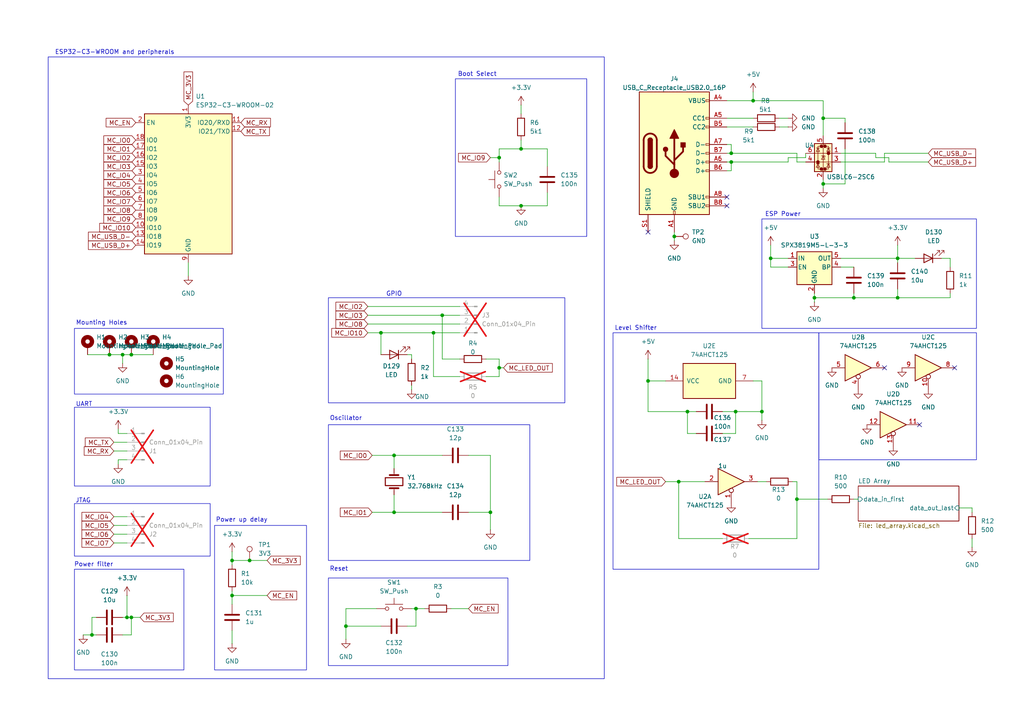
<source format=kicad_sch>
(kicad_sch (version 20250114) (generator "eeschema") (generator_version "9.0")
  (paper "A4")
  (lib_symbols
    (symbol "74xx:74AHCT125" (pin_names (offset 1.016))
      (property "Reference" "U" (at 0 1.27 0))
      (property "Value" "74AHCT125" (at 0 -1.27 0))
      (symbol "74AHCT125_1_0"
        (pin input line (at -7.62 0 0) (length 3.81) (name "~") (number "2"))
        (pin input inverted (at 0 -6.35 90) (length 4.445) (name "~") (number "1"))
        (pin tri_state line (at 7.62 0 180) (length 3.81) (name "~") (number "3"))
      )
      (symbol "74AHCT125_2_0"
        (pin input line (at -7.62 0 0) (length 3.81) (name "~") (number "5"))
        (pin input inverted (at 0 -6.35 90) (length 4.445) (name "~") (number "4"))
        (pin tri_state line (at 7.62 0 180) (length 3.81) (name "~") (number "6"))
      )
      (symbol "74AHCT125_3_0"
        (pin input line (at -7.62 0 0) (length 3.81) (name "~") (number "9"))
        (pin input inverted (at 0 -6.35 90) (length 4.445) (name "~") (number "10"))
        (pin tri_state line (at 7.62 0 180) (length 3.81) (name "~") (number "8"))
      )
      (symbol "74AHCT125_4_0"
        (pin input line (at -7.62 0 0) (length 3.81) (name "~") (number "12"))
        (pin input inverted (at 0 -6.35 90) (length 4.445) (name "~") (number "13"))
        (pin tri_state line (at 7.62 0 180) (length 3.81) (name "~") (number "11"))
      )
      (symbol "74AHCT125_5_0"
        (pin power_in line (at 0 12.7 270) (length 5.08) (name "VCC") (number "14"))
        (pin power_in line (at 0 -12.7 90) (length 5.08) (name "GND") (number "7"))
      )
    )
    (symbol "Connector:Conn_01x04_Pin" (pin_names (offset 1.016) (hide yes))
      (property "Reference" "J" (at 0 5.08 0))
      (property "Value" "Conn_01x04_Pin" (at 0 -7.62 0))
      (symbol "Conn_01x04_Pin_1_1"
        (pin passive line (at 5.08 2.54 180) (length 3.81) (name "Pin_1") (number "1"))
        (pin passive line (at 5.08 0 180) (length 3.81) (name "Pin_2") (number "2"))
        (pin passive line (at 5.08 -2.54 180) (length 3.81) (name "Pin_3") (number "3"))
        (pin passive line (at 5.08 -5.08 180) (length 3.81) (name "Pin_4") (number "4"))
      )
    )
    (symbol "Connector:TestPoint" (pin_numbers (hide yes)) (pin_names (offset 0.762) (hide yes))
      (property "Reference" "TP" (at 0 6.858 0))
      (property "Value" "TestPoint" (at 0 5.08 0))
      (symbol "TestPoint_1_1"
        (pin passive line (at 0 0 90) (length 2.54) (name "1") (number "1"))
      )
    )
    (symbol "Connector:USB_C_Receptacle_USB2.0_16P" (pin_names (offset 1.016))
      (property "Reference" "J" (at 0 22.225 0))
      (property "Value" "USB_C_Receptacle_USB2.0_16P" (at 0 19.685 0))
      (symbol "USB_C_Receptacle_USB2.0_16P_1_1"
        (pin passive line (at -7.62 -22.86 90) (length 5.08) (name "SHIELD") (number "S1"))
        (pin passive line (at 0 -22.86 90) (length 5.08) (name "GND") (number "A1"))
        (pin passive line (at 0 -22.86 90) (length 5.08) (hide yes) (name "GND") (number "A12"))
        (pin passive line (at 0 -22.86 90) (length 5.08) (hide yes) (name "GND") (number "B1"))
        (pin passive line (at 0 -22.86 90) (length 5.08) (hide yes) (name "GND") (number "B12"))
        (pin passive line (at 15.24 15.24 180) (length 5.08) (name "VBUS") (number "A4"))
        (pin passive line (at 15.24 15.24 180) (length 5.08) (hide yes) (name "VBUS") (number "A9"))
        (pin passive line (at 15.24 15.24 180) (length 5.08) (hide yes) (name "VBUS") (number "B4"))
        (pin passive line (at 15.24 15.24 180) (length 5.08) (hide yes) (name "VBUS") (number "B9"))
        (pin bidirectional line (at 15.24 10.16 180) (length 5.08) (name "CC1") (number "A5"))
        (pin bidirectional line (at 15.24 7.62 180) (length 5.08) (name "CC2") (number "B5"))
        (pin bidirectional line (at 15.24 2.54 180) (length 5.08) (name "D-") (number "A7"))
        (pin bidirectional line (at 15.24 0 180) (length 5.08) (name "D-") (number "B7"))
        (pin bidirectional line (at 15.24 -2.54 180) (length 5.08) (name "D+") (number "A6"))
        (pin bidirectional line (at 15.24 -5.08 180) (length 5.08) (name "D+") (number "B6"))
        (pin bidirectional line (at 15.24 -12.7 180) (length 5.08) (name "SBU1") (number "A8"))
        (pin bidirectional line (at 15.24 -15.24 180) (length 5.08) (name "SBU2") (number "B8"))
      )
    )
    (symbol "Device:C" (pin_numbers (hide yes)) (pin_names (offset 0.254))
      (property "Reference" "C" (at 0.635 2.54 0))
      (property "Value" "C" (at 0.635 -2.54 0))
      (symbol "C_1_1"
        (pin passive line (at 0 3.81 270) (length 2.794) (name "~") (number "1"))
        (pin passive line (at 0 -3.81 90) (length 2.794) (name "~") (number "2"))
      )
    )
    (symbol "Device:Crystal" (pin_numbers (hide yes)) (pin_names (offset 1.016) (hide yes))
      (property "Reference" "Y" (at 0 3.81 0))
      (property "Value" "Crystal" (at 0 -3.81 0))
      (symbol "Crystal_1_1"
        (pin passive line (at -3.81 0 0) (length 1.27) (name "1") (number "1"))
        (pin passive line (at 3.81 0 180) (length 1.27) (name "2") (number "2"))
      )
    )
    (symbol "Device:LED" (pin_numbers (hide yes)) (pin_names (offset 1.016) (hide yes))
      (property "Reference" "D" (at 0 2.54 0))
      (property "Value" "LED" (at 0 -2.54 0))
      (symbol "LED_1_1"
        (pin passive line (at -3.81 0 0) (length 2.54) (name "K") (number "1"))
        (pin passive line (at 3.81 0 180) (length 2.54) (name "A") (number "2"))
      )
    )
    (symbol "Device:R" (pin_numbers (hide yes)) (pin_names (offset 0))
      (property "Reference" "R" (at 2.032 0 90))
      (property "Value" "R" (at 0 0 90))
      (symbol "R_1_1"
        (pin passive line (at 0 3.81 270) (length 1.27) (name "~") (number "1"))
        (pin passive line (at 0 -3.81 90) (length 1.27) (name "~") (number "2"))
      )
    )
    (symbol "Mechanical:MountingHole" (pin_names (offset 1.016)) (in_bom no)
      (property "Reference" "H" (at 0 5.08 0))
      (property "Value" "MountingHole" (at 0 3.175 0))
    )
    (symbol "Mechanical:MountingHole_Pad" (pin_numbers (hide yes)) (pin_names (offset 1.016) (hide yes)) (in_bom no)
      (property "Reference" "H" (at 0 6.35 0))
      (property "Value" "MountingHole_Pad" (at 0 4.445 0))
      (symbol "MountingHole_Pad_1_1"
        (pin input line (at 0 -2.54 90) (length 2.54) (name "1") (number "1"))
      )
    )
    (symbol "Power_Protection:USBLC6-2SC6" (pin_names (hide yes))
      (property "Reference" "U" (at 0.635 5.715 0))
      (property "Value" "USBLC6-2SC6" (at 0.635 3.81 0))
      (symbol "USBLC6-2SC6_1_1"
        (pin passive line (at -5.08 0 0) (length 2.54) (name "I/O1") (number "1"))
        (pin passive line (at -5.08 -2.54 0) (length 2.54) (name "I/O2") (number "3"))
        (pin passive line (at 0 5.08 270) (length 2.54) (name "VBUS") (number "5"))
        (pin passive line (at 0 -7.62 90) (length 2.54) (name "GND") (number "2"))
        (pin passive line (at 5.08 0 180) (length 2.54) (name "I/O1") (number "6"))
        (pin passive line (at 5.08 -2.54 180) (length 2.54) (name "I/O2") (number "4"))
      )
    )
    (symbol "RF_Module:ESP32-C3-WROOM-02"
      (property "Reference" "U" (at -12.192 21.336 0))
      (property "Value" "ESP32-C3-WROOM-02" (at 12.192 21.336 0))
      (symbol "ESP32-C3-WROOM-02_1_1"
        (pin input line (at -15.24 17.78 0) (length 2.54) (name "EN") (number "2"))
        (pin bidirectional line (at -15.24 12.7 0) (length 2.54) (name "IO0") (number "18"))
        (pin bidirectional line (at -15.24 10.16 0) (length 2.54) (name "IO1") (number "17"))
        (pin bidirectional line (at -15.24 7.62 0) (length 2.54) (name "IO2") (number "16"))
        (pin bidirectional line (at -15.24 5.08 0) (length 2.54) (name "IO3") (number "15"))
        (pin bidirectional line (at -15.24 2.54 0) (length 2.54) (name "IO4") (number "3"))
        (pin bidirectional line (at -15.24 0 0) (length 2.54) (name "IO5") (number "4"))
        (pin bidirectional line (at -15.24 -2.54 0) (length 2.54) (name "IO6") (number "5"))
        (pin bidirectional line (at -15.24 -5.08 0) (length 2.54) (name "IO7") (number "6"))
        (pin bidirectional line (at -15.24 -7.62 0) (length 2.54) (name "IO8") (number "7"))
        (pin bidirectional line (at -15.24 -10.16 0) (length 2.54) (name "IO9") (number "8"))
        (pin bidirectional line (at -15.24 -12.7 0) (length 2.54) (name "IO10") (number "10"))
        (pin bidirectional line (at -15.24 -15.24 0) (length 2.54) (name "IO18") (number "13"))
        (pin bidirectional line (at -15.24 -17.78 0) (length 2.54) (name "IO19") (number "14"))
        (pin power_in line (at 0 22.86 270) (length 2.54) (name "3V3") (number "1"))
        (pin passive line (at 0 -22.86 90) (length 2.54) (hide yes) (name "GND") (number "19"))
        (pin power_in line (at 0 -22.86 90) (length 2.54) (name "GND") (number "9"))
        (pin bidirectional line (at 15.24 17.78 180) (length 2.54) (name "IO20/RXD") (number "11"))
        (pin bidirectional line (at 15.24 15.24 180) (length 2.54) (name "IO21/TXD") (number "12"))
      )
    )
    (symbol "Regulator_Linear:SPX3819M5-L-3-3" (pin_names (offset 0.254))
      (property "Reference" "U" (at -3.81 5.715 0))
      (property "Value" "SPX3819M5-L-3-3" (at 0 5.715 0))
      (symbol "SPX3819M5-L-3-3_1_1"
        (pin power_in line (at -7.62 2.54 0) (length 2.54) (name "IN") (number "1"))
        (pin input line (at -7.62 0 0) (length 2.54) (name "EN") (number "3"))
        (pin power_in line (at 0 -7.62 90) (length 2.54) (name "GND") (number "2"))
        (pin power_out line (at 7.62 2.54 180) (length 2.54) (name "OUT") (number "5"))
        (pin input line (at 7.62 0 180) (length 2.54) (name "BP") (number "4"))
      )
    )
    (symbol "Switch:SW_Push" (pin_numbers (hide yes)) (pin_names (offset 1.016) (hide yes))
      (property "Reference" "SW" (at 1.27 2.54 0))
      (property "Value" "SW_Push" (at 0 -1.524 0))
      (symbol "SW_Push_0_1"
        (pin passive line (at -5.08 0 0) (length 2.54) (name "1") (number "1"))
        (pin passive line (at 5.08 0 180) (length 2.54) (name "2") (number "2"))
      )
    )
    (symbol "power:+3.3V" (power) (pin_numbers (hide yes)) (pin_names (offset 0) (hide yes))
      (property "Value" "+3.3V" (at 0 3.556 0))
      (symbol "+3.3V_1_1"
        (pin power_in line (at 0 0 90) (length 0) (name "~") (number "1"))
      )
    )
    (symbol "power:+5V" (power) (pin_numbers (hide yes)) (pin_names (offset 0) (hide yes))
      (property "Value" "+5V" (at 0 3.556 0))
      (symbol "+5V_1_1"
        (pin power_in line (at 0 0 90) (length 0) (name "~") (number "1"))
      )
    )
    (symbol "power:GND" (power) (pin_numbers (hide yes)) (pin_names (offset 0) (hide yes))
      (property "Value" "GND" (at 0 -3.81 0))
      (symbol "GND_1_1"
        (pin power_in line (at 0 0 270) (length 0) (name "~") (number "1"))
      )
    )
  )
  (rectangle (start 13.97 16.51) (end 175.26 196.85))
  (rectangle (start 95.25 86.36) (end 163.83 116.84))
  (rectangle (start 132.08 22.86) (end 170.18 68.58))
  (rectangle (start 62.23 152.4) (end 88.9 194.31))
  (rectangle (start 95.25 167.64) (end 147.32 193.04))
  (rectangle (start 220.98 63.5) (end 283.21 95.25))
  (rectangle (start 237.49 96.52) (end 283.21 133.35))
  (rectangle (start 21.59 146.05) (end 60.96 161.29))
  (rectangle (start 95.25 123.19) (end 153.67 162.56))
  (rectangle (start 21.59 118.11) (end 60.96 140.97))
  (rectangle (start 21.59 165.1) (end 53.34 194.31))
  (rectangle (start 21.59 95.25) (end 64.77 114.3))
  (rectangle (start 177.8 96.52) (end 237.49 165.1))
  (text "Power filter" (at 27.178 163.83 0) (effects (font (size 1.27 1.27))))
  (text "UART" (at 24.384 117.348 0) (effects (font (size 1.27 1.27))))
  (text "Power up delay" (at 70.104 150.876 0) (effects (font (size 1.27 1.27))))
  (text "Level Shifter" (at 184.404 95.25 0) (effects (font (size 1.27 1.27))))
  (text "Boot Select" (at 138.43 21.59 0) (effects (font (size 1.27 1.27))))
  (text "JTAG" (at 24.13 145.288 0) (effects (font (size 1.27 1.27))))
  (text "Oscillator" (at 100.33 121.412 0) (effects (font (size 1.27 1.27))))
  (text "Reset" (at 98.298 165.1 0) (effects (font (size 1.27 1.27))))
  (text "ESP32-C3-WROOM and peripherals" (at 33.274 15.24 0) (effects (font (size 1.27 1.27))))
  (text "ESP Power" (at 227.076 62.23 0) (effects (font (size 1.27 1.27))))
  (text "GPIO" (at 114.3 85.344 0) (effects (font (size 1.27 1.27))))
  (text "Mounting Holes" (at 29.464 93.726 0) (effects (font (size 1.27 1.27))))
  (junction (at 220.98 119.38))
  (junction (at 67.31 162.56))
  (junction (at 195.58 68.58))
  (junction (at 247.65 86.36))
  (junction (at 151.13 59.69))
  (junction (at 212.09 44.45))
  (junction (at 128.27 91.44))
  (junction (at 67.31 172.72))
  (junction (at 35.56 102.87))
  (junction (at 236.22 86.36))
  (junction (at 231.14 144.78))
  (junction (at 31.75 102.87))
  (junction (at 199.39 119.38))
  (junction (at 187.96 110.49))
  (junction (at 72.39 162.56))
  (junction (at 218.44 29.21))
  (junction (at 26.67 184.15))
  (junction (at 125.73 96.52))
  (junction (at 213.36 119.38))
  (junction (at 260.35 86.36))
  (junction (at 144.78 106.68))
  (junction (at 238.76 34.29))
  (junction (at 36.83 179.07))
  (junction (at 151.13 43.18))
  (junction (at 38.1 102.87))
  (junction (at 120.65 176.53))
  (junction (at 196.85 139.7))
  (junction (at 114.3 148.59))
  (junction (at 110.49 96.52))
  (junction (at 223.52 74.93))
  (junction (at 238.76 53.34))
  (junction (at 38.1 179.07))
  (junction (at 100.33 181.61))
  (junction (at 144.78 45.72))
  (junction (at 260.35 74.93))
  (junction (at 142.24 148.59))
  (junction (at 114.3 132.08))
  (junction (at 212.09 46.99))
  (no_connect (at 256.54 106.68))
  (no_connect (at 187.96 67.31))
  (no_connect (at 210.82 57.15))
  (no_connect (at 276.86 106.68))
  (no_connect (at 266.7 123.19))
  (no_connect (at 210.82 59.69))
  (wire (pts (xy 201.93 125.73) (xy 199.39 125.73)))
  (wire (pts (xy 199.39 125.73) (xy 199.39 119.38)))
  (wire (pts (xy 209.55 119.38) (xy 213.36 119.38)))
  (wire (pts (xy 119.38 111.76) (xy 119.38 113.03)))
  (wire (pts (xy 228.6 74.93) (xy 223.52 74.93)))
  (wire (pts (xy 226.06 36.83) (xy 228.6 36.83)))
  (wire (pts (xy 35.56 102.87) (xy 38.1 102.87)))
  (wire (pts (xy 110.49 96.52) (xy 110.49 102.87)))
  (wire (pts (xy 254 44.45) (xy 254 45.72)))
  (wire (pts (xy 245.11 43.18) (xy 245.11 53.34)))
  (wire (pts (xy 33.02 152.4) (xy 36.83 152.4)))
  (wire (pts (xy 125.73 96.52) (xy 133.35 96.52)))
  (wire (pts (xy 213.36 119.38) (xy 220.98 119.38)))
  (wire (pts (xy 193.04 139.7) (xy 196.85 139.7)))
  (wire (pts (xy 210.82 46.99) (xy 212.09 46.99)))
  (wire (pts (xy 100.33 181.61) (xy 110.49 181.61)))
  (wire (pts (xy 67.31 162.56) (xy 67.31 163.83)))
  (wire (pts (xy 106.68 88.9) (xy 133.35 88.9)))
  (wire (pts (xy 218.44 26.67) (xy 218.44 29.21)))
  (wire (pts (xy 100.33 176.53) (xy 100.33 181.61)))
  (wire (pts (xy 245.11 53.34) (xy 238.76 53.34)))
  (wire (pts (xy 231.14 46.99) (xy 231.14 44.45)))
  (wire (pts (xy 26.67 179.07) (xy 26.67 184.15)))
  (wire (pts (xy 281.94 147.32) (xy 278.13 147.32)))
  (wire (pts (xy 118.11 181.61) (xy 120.65 181.61)))
  (wire (pts (xy 72.39 162.56) (xy 77.47 162.56)))
  (wire (pts (xy 212.09 49.53) (xy 210.82 49.53)))
  (wire (pts (xy 144.78 59.69) (xy 151.13 59.69)))
  (wire (pts (xy 135.89 148.59) (xy 142.24 148.59)))
  (wire (pts (xy 223.52 74.93) (xy 223.52 77.47)))
  (wire (pts (xy 33.02 157.48) (xy 36.83 157.48)))
  (wire (pts (xy 142.24 153.67) (xy 142.24 148.59)))
  (wire (pts (xy 210.82 36.83) (xy 218.44 36.83)))
  (wire (pts (xy 275.59 74.93) (xy 275.59 77.47)))
  (wire (pts (xy 281.94 148.59) (xy 281.94 147.32)))
  (wire (pts (xy 243.84 74.93) (xy 260.35 74.93)))
  (wire (pts (xy 238.76 34.29) (xy 238.76 29.21)))
  (wire (pts (xy 254 45.72) (xy 257.81 45.72)))
  (wire (pts (xy 220.98 110.49) (xy 220.98 119.38)))
  (wire (pts (xy 128.27 91.44) (xy 133.35 91.44)))
  (wire (pts (xy 144.78 59.69) (xy 144.78 57.15)))
  (wire (pts (xy 25.4 102.87) (xy 31.75 102.87)))
  (wire (pts (xy 33.02 128.27) (xy 36.83 128.27)))
  (wire (pts (xy 130.81 176.53) (xy 135.89 176.53)))
  (wire (pts (xy 133.35 109.22) (xy 125.73 109.22)))
  (wire (pts (xy 109.22 176.53) (xy 100.33 176.53)))
  (wire (pts (xy 281.94 156.21) (xy 281.94 158.75)))
  (wire (pts (xy 114.3 132.08) (xy 114.3 135.89)))
  (wire (pts (xy 195.58 67.31) (xy 195.58 68.58)))
  (wire (pts (xy 256.54 46.99) (xy 256.54 44.45)))
  (wire (pts (xy 209.55 156.21) (xy 196.85 156.21)))
  (wire (pts (xy 209.55 125.73) (xy 213.36 125.73)))
  (wire (pts (xy 118.11 102.87) (xy 119.38 102.87)))
  (wire (pts (xy 247.65 85.09) (xy 247.65 86.36)))
  (wire (pts (xy 158.75 48.26) (xy 158.75 43.18)))
  (wire (pts (xy 231.14 144.78) (xy 231.14 156.21)))
  (wire (pts (xy 36.83 179.07) (xy 38.1 179.07)))
  (wire (pts (xy 144.78 104.14) (xy 144.78 106.68)))
  (wire (pts (xy 144.78 109.22) (xy 140.97 109.22)))
  (wire (pts (xy 67.31 160.02) (xy 67.31 162.56)))
  (wire (pts (xy 35.56 102.87) (xy 35.56 105.41)))
  (wire (pts (xy 144.78 45.72) (xy 144.78 46.99)))
  (wire (pts (xy 223.52 71.12) (xy 223.52 74.93)))
  (wire (pts (xy 260.35 86.36) (xy 275.59 86.36)))
  (wire (pts (xy 260.35 71.12) (xy 260.35 74.93)))
  (wire (pts (xy 256.54 44.45) (xy 269.24 44.45)))
  (wire (pts (xy 196.85 139.7) (xy 204.47 139.7)))
  (wire (pts (xy 34.29 125.73) (xy 36.83 125.73)))
  (wire (pts (xy 243.84 77.47) (xy 247.65 77.47)))
  (wire (pts (xy 26.67 184.15) (xy 27.94 184.15)))
  (wire (pts (xy 238.76 29.21) (xy 218.44 29.21)))
  (wire (pts (xy 236.22 85.09) (xy 236.22 86.36)))
  (wire (pts (xy 210.82 41.91) (xy 212.09 41.91)))
  (wire (pts (xy 260.35 83.82) (xy 260.35 86.36)))
  (wire (pts (xy 238.76 39.37) (xy 238.76 34.29)))
  (wire (pts (xy 106.68 91.44) (xy 128.27 91.44)))
  (wire (pts (xy 144.78 106.68) (xy 144.78 109.22)))
  (wire (pts (xy 34.29 124.46) (xy 34.29 125.73)))
  (wire (pts (xy 27.94 179.07) (xy 26.67 179.07)))
  (wire (pts (xy 212.09 44.45) (xy 212.09 41.91)))
  (wire (pts (xy 196.85 139.7) (xy 196.85 156.21)))
  (wire (pts (xy 228.6 77.47) (xy 223.52 77.47)))
  (wire (pts (xy 236.22 86.36) (xy 247.65 86.36)))
  (wire (pts (xy 260.35 74.93) (xy 265.43 74.93)))
  (wire (pts (xy 67.31 172.72) (xy 67.31 171.45)))
  (wire (pts (xy 38.1 102.87) (xy 44.45 102.87)))
  (wire (pts (xy 245.11 34.29) (xy 245.11 35.56)))
  (wire (pts (xy 142.24 148.59) (xy 142.24 132.08)))
  (wire (pts (xy 257.81 46.99) (xy 269.24 46.99)))
  (wire (pts (xy 33.02 154.94) (xy 36.83 154.94)))
  (wire (pts (xy 212.09 46.99) (xy 212.09 49.53)))
  (wire (pts (xy 231.14 144.78) (xy 240.03 144.78)))
  (wire (pts (xy 233.68 44.45) (xy 233.68 45.72)))
  (wire (pts (xy 135.89 132.08) (xy 142.24 132.08)))
  (wire (pts (xy 151.13 30.48) (xy 151.13 33.02)))
  (wire (pts (xy 110.49 96.52) (xy 125.73 96.52)))
  (wire (pts (xy 158.75 59.69) (xy 158.75 55.88)))
  (wire (pts (xy 33.02 149.86) (xy 36.83 149.86)))
  (wire (pts (xy 38.1 179.07) (xy 38.1 184.15)))
  (wire (pts (xy 144.78 106.68) (xy 146.05 106.68)))
  (wire (pts (xy 187.96 104.14) (xy 187.96 110.49)))
  (wire (pts (xy 114.3 148.59) (xy 128.27 148.59)))
  (wire (pts (xy 213.36 125.73) (xy 213.36 119.38)))
  (wire (pts (xy 238.76 34.29) (xy 245.11 34.29)))
  (wire (pts (xy 220.98 119.38) (xy 220.98 121.92)))
  (wire (pts (xy 38.1 179.07) (xy 40.64 179.07)))
  (wire (pts (xy 133.35 104.14) (xy 128.27 104.14)))
  (wire (pts (xy 247.65 86.36) (xy 260.35 86.36)))
  (wire (pts (xy 212.09 44.45) (xy 231.14 44.45)))
  (wire (pts (xy 226.06 34.29) (xy 228.6 34.29)))
  (wire (pts (xy 238.76 52.07) (xy 238.76 53.34)))
  (wire (pts (xy 247.65 144.78) (xy 248.92 144.78)))
  (wire (pts (xy 217.17 156.21) (xy 231.14 156.21)))
  (wire (pts (xy 195.58 68.58) (xy 195.58 69.85)))
  (wire (pts (xy 125.73 109.22) (xy 125.73 96.52)))
  (wire (pts (xy 210.82 44.45) (xy 212.09 44.45)))
  (wire (pts (xy 26.67 184.15) (xy 24.13 184.15)))
  (wire (pts (xy 236.22 86.36) (xy 236.22 87.63)))
  (wire (pts (xy 231.14 139.7) (xy 231.14 144.78)))
  (wire (pts (xy 35.56 184.15) (xy 38.1 184.15)))
  (wire (pts (xy 273.05 74.93) (xy 275.59 74.93)))
  (wire (pts (xy 100.33 181.61) (xy 100.33 185.42)))
  (wire (pts (xy 67.31 172.72) (xy 67.31 175.26)))
  (wire (pts (xy 142.24 45.72) (xy 144.78 45.72)))
  (wire (pts (xy 233.68 46.99) (xy 231.14 46.99)))
  (wire (pts (xy 33.02 130.81) (xy 36.83 130.81)))
  (wire (pts (xy 106.68 93.98) (xy 133.35 93.98)))
  (wire (pts (xy 119.38 176.53) (xy 120.65 176.53)))
  (wire (pts (xy 114.3 132.08) (xy 128.27 132.08)))
  (wire (pts (xy 243.84 44.45) (xy 254 44.45)))
  (wire (pts (xy 187.96 110.49) (xy 193.04 110.49)))
  (wire (pts (xy 218.44 110.49) (xy 220.98 110.49)))
  (wire (pts (xy 233.68 45.72) (xy 228.6 45.72)))
  (wire (pts (xy 151.13 40.64) (xy 151.13 43.18)))
  (wire (pts (xy 114.3 143.51) (xy 114.3 148.59)))
  (wire (pts (xy 243.84 46.99) (xy 256.54 46.99)))
  (wire (pts (xy 119.38 102.87) (xy 119.38 104.14)))
  (wire (pts (xy 107.95 132.08) (xy 114.3 132.08)))
  (wire (pts (xy 106.68 96.52) (xy 110.49 96.52)))
  (wire (pts (xy 228.6 45.72) (xy 228.6 46.99)))
  (wire (pts (xy 201.93 119.38) (xy 199.39 119.38)))
  (wire (pts (xy 151.13 59.69) (xy 158.75 59.69)))
  (wire (pts (xy 31.75 102.87) (xy 35.56 102.87)))
  (wire (pts (xy 67.31 162.56) (xy 72.39 162.56)))
  (wire (pts (xy 219.71 139.7) (xy 222.25 139.7)))
  (wire (pts (xy 35.56 179.07) (xy 36.83 179.07)))
  (wire (pts (xy 107.95 148.59) (xy 114.3 148.59)))
  (wire (pts (xy 54.61 76.2) (xy 54.61 80.01)))
  (wire (pts (xy 199.39 119.38) (xy 187.96 119.38)))
  (wire (pts (xy 257.81 45.72) (xy 257.81 46.99)))
  (wire (pts (xy 120.65 176.53) (xy 123.19 176.53)))
  (wire (pts (xy 275.59 85.09) (xy 275.59 86.36)))
  (wire (pts (xy 120.65 181.61) (xy 120.65 176.53)))
  (wire (pts (xy 158.75 43.18) (xy 151.13 43.18)))
  (wire (pts (xy 260.35 74.93) (xy 260.35 76.2)))
  (wire (pts (xy 210.82 29.21) (xy 218.44 29.21)))
  (wire (pts (xy 212.09 46.99) (xy 228.6 46.99)))
  (wire (pts (xy 128.27 104.14) (xy 128.27 91.44)))
  (wire (pts (xy 231.14 139.7) (xy 229.87 139.7)))
  (wire (pts (xy 67.31 182.88) (xy 67.31 186.69)))
  (wire (pts (xy 151.13 43.18) (xy 144.78 43.18)))
  (wire (pts (xy 77.47 172.72) (xy 67.31 172.72)))
  (wire (pts (xy 36.83 133.35) (xy 34.29 133.35)))
  (wire (pts (xy 238.76 53.34) (xy 238.76 54.61)))
  (wire (pts (xy 210.82 34.29) (xy 218.44 34.29)))
  (wire (pts (xy 34.29 133.35) (xy 34.29 134.62)))
  (wire (pts (xy 140.97 104.14) (xy 144.78 104.14)))
  (wire (pts (xy 36.83 172.72) (xy 36.83 179.07)))
  (wire (pts (xy 144.78 43.18) (xy 144.78 45.72)))
  (wire (pts (xy 187.96 119.38) (xy 187.96 110.49)))
  (global_label "MC_3V3" (shape input) (at 54.61 30.48 90) (property "Intersheetrefs" "${INTERSHEET_REFS}" (effects (hide yes))))
  (global_label "MC_LED_OUT" (shape input) (at 146.05 106.68 0) (property "Intersheetrefs" "${INTERSHEET_REFS}" (effects (hide yes))))
  (global_label "MC_USB_D-" (shape input) (at 39.37 68.58 180) (property "Intersheetrefs" "${INTERSHEET_REFS}" (effects (hide yes))))
  (global_label "MC_IO3" (shape input) (at 39.37 48.26 180) (property "Intersheetrefs" "${INTERSHEET_REFS}" (effects (hide yes))))
  (global_label "MC_USB_D+" (shape input) (at 269.24 46.99 0) (property "Intersheetrefs" "${INTERSHEET_REFS}" (effects (hide yes))))
  (global_label "MC_RX" (shape input) (at 33.02 130.81 180) (property "Intersheetrefs" "${INTERSHEET_REFS}" (effects (hide yes))))
  (global_label "MC_IO1" (shape input) (at 107.95 148.59 180) (property "Intersheetrefs" "${INTERSHEET_REFS}" (effects (hide yes))))
  (global_label "MC_IO6" (shape input) (at 39.37 55.88 180) (property "Intersheetrefs" "${INTERSHEET_REFS}" (effects (hide yes))))
  (global_label "MC_IO10" (shape input) (at 106.68 96.52 180) (property "Intersheetrefs" "${INTERSHEET_REFS}" (effects (hide yes))))
  (global_label "MC_IO0" (shape input) (at 39.37 40.64 180) (property "Intersheetrefs" "${INTERSHEET_REFS}" (effects (hide yes))))
  (global_label "MC_IO8" (shape input) (at 106.68 93.98 180) (property "Intersheetrefs" "${INTERSHEET_REFS}" (effects (hide yes))))
  (global_label "MC_IO4" (shape input) (at 33.02 149.86 180) (property "Intersheetrefs" "${INTERSHEET_REFS}" (effects (hide yes))))
  (global_label "MC_IO1" (shape input) (at 39.37 43.18 180) (property "Intersheetrefs" "${INTERSHEET_REFS}" (effects (hide yes))))
  (global_label "MC_RX" (shape input) (at 69.85 35.56 0) (property "Intersheetrefs" "${INTERSHEET_REFS}" (effects (hide yes))))
  (global_label "MC_EN" (shape input) (at 77.47 172.72 0) (property "Intersheetrefs" "${INTERSHEET_REFS}" (effects (hide yes))))
  (global_label "MC_IO5" (shape input) (at 39.37 53.34 180) (property "Intersheetrefs" "${INTERSHEET_REFS}" (effects (hide yes))))
  (global_label "MC_IO2" (shape input) (at 39.37 45.72 180) (property "Intersheetrefs" "${INTERSHEET_REFS}" (effects (hide yes))))
  (global_label "MC_IO7" (shape input) (at 39.37 58.42 180) (property "Intersheetrefs" "${INTERSHEET_REFS}" (effects (hide yes))))
  (global_label "MC_EN" (shape input) (at 39.37 35.56 180) (property "Intersheetrefs" "${INTERSHEET_REFS}" (effects (hide yes))))
  (global_label "MC_IO3" (shape input) (at 106.68 91.44 180) (property "Intersheetrefs" "${INTERSHEET_REFS}" (effects (hide yes))))
  (global_label "MC_IO5" (shape input) (at 33.02 152.4 180) (property "Intersheetrefs" "${INTERSHEET_REFS}" (effects (hide yes))))
  (global_label "MC_3V3" (shape input) (at 77.47 162.56 0) (property "Intersheetrefs" "${INTERSHEET_REFS}" (effects (hide yes))))
  (global_label "MC_USB_D+" (shape input) (at 39.37 71.12 180) (property "Intersheetrefs" "${INTERSHEET_REFS}" (effects (hide yes))))
  (global_label "MC_IO9" (shape input) (at 39.37 63.5 180) (property "Intersheetrefs" "${INTERSHEET_REFS}" (effects (hide yes))))
  (global_label "MC_LED_OUT" (shape input) (at 193.04 139.7 180) (property "Intersheetrefs" "${INTERSHEET_REFS}" (effects (hide yes))))
  (global_label "MC_IO6" (shape input) (at 33.02 154.94 180) (property "Intersheetrefs" "${INTERSHEET_REFS}" (effects (hide yes))))
  (global_label "MC_IO4" (shape input) (at 39.37 50.8 180) (property "Intersheetrefs" "${INTERSHEET_REFS}" (effects (hide yes))))
  (global_label "MC_IO10" (shape input) (at 39.37 66.04 180) (property "Intersheetrefs" "${INTERSHEET_REFS}" (effects (hide yes))))
  (global_label "MC_TX" (shape input) (at 69.85 38.1 0) (property "Intersheetrefs" "${INTERSHEET_REFS}" (effects (hide yes))))
  (global_label "MC_IO9" (shape input) (at 142.24 45.72 180) (property "Intersheetrefs" "${INTERSHEET_REFS}" (effects (hide yes))))
  (global_label "MC_IO8" (shape input) (at 39.37 60.96 180) (property "Intersheetrefs" "${INTERSHEET_REFS}" (effects (hide yes))))
  (global_label "MC_IO7" (shape input) (at 33.02 157.48 180) (property "Intersheetrefs" "${INTERSHEET_REFS}" (effects (hide yes))))
  (global_label "MC_IO0" (shape input) (at 107.95 132.08 180) (property "Intersheetrefs" "${INTERSHEET_REFS}" (effects (hide yes))))
  (global_label "MC_EN" (shape input) (at 135.89 176.53 0) (property "Intersheetrefs" "${INTERSHEET_REFS}" (effects (hide yes))))
  (global_label "MC_USB_D-" (shape input) (at 269.24 44.45 0) (property "Intersheetrefs" "${INTERSHEET_REFS}" (effects (hide yes))))
  (global_label "MC_IO2" (shape input) (at 106.68 88.9 180) (property "Intersheetrefs" "${INTERSHEET_REFS}" (effects (hide yes))))
  (global_label "MC_TX" (shape input) (at 33.02 128.27 180) (property "Intersheetrefs" "${INTERSHEET_REFS}" (effects (hide yes))))
  (global_label "MC_3V3" (shape input) (at 40.64 179.07 0) (property "Intersheetrefs" "${INTERSHEET_REFS}" (effects (hide yes))))
  (symbol (lib_id "Device:C") (at 67.31 179.07 0) (unit 1)
    (property "Reference" "C131" (at 71.12 177.7999 0) (effects (justify left)))
    (property "Value" "1u" (at 71.12 180.3399 0) (effects (justify left)))
    (property "Footprint" "Capacitor_SMD:C_0603_1608Metric" (effects (hide yes)))
    (property "Description" "Unpolarized capacitor" (effects (hide yes)))
  )
  (symbol (lib_id "power:GND") (at 119.38 113.03 0) (unit 1)
    (property "Reference" "#PWR0280" (effects (hide yes)))
    (property "Value" "GND" (at 122.428 115.062 0))
    (property "Description" "Power symbol creates a global label with name \"GND\" , ground" (effects (hide yes)))
  )
  (symbol (lib_id "power:GND") (at 35.56 105.41 0) (unit 1)
    (property "Reference" "#PWR0279" (effects (hide yes)))
    (property "Value" "GND" (at 35.56 110.49 0))
    (property "Description" "Power symbol creates a global label with name \"GND\" , ground" (effects (hide yes)))
  )
  (symbol (lib_id "power:GND") (at 100.33 185.42 0) (unit 1)
    (property "Reference" "#PWR0260" (effects (hide yes)))
    (property "Value" "GND" (at 100.33 190.5 0))
    (property "Description" "Power symbol creates a global label with name \"GND\" , ground" (effects (hide yes)))
  )
  (symbol (lib_id "power:+3.3V") (at 36.83 172.72 0) (unit 1)
    (property "Reference" "#PWR0265" (effects (hide yes)))
    (property "Value" "+3.3V" (at 36.83 167.64 0))
    (property "Description" "Power symbol creates a global label with name \"+3.3V\"" (effects (hide yes)))
  )
  (symbol (lib_id "power:GND") (at 54.61 80.01 0) (unit 1)
    (property "Reference" "#PWR0268" (effects (hide yes)))
    (property "Value" "GND" (at 54.61 85.09 0))
    (property "Description" "Power symbol creates a global label with name \"GND\" , ground" (effects (hide yes)))
  )
  (symbol (lib_id "Mechanical:MountingHole_Pad") (at 31.75 100.33 0) (unit 1) (in_bom no)
    (property "Reference" "H2" (at 34.29 97.7899 0) (effects (justify left)))
    (property "Value" "MountingHole_Pad" (at 34.29 100.3299 0) (effects (justify left)))
    (property "Footprint" "MountingHole:MountingHole_2.7mm_M2.5_DIN965_Pad" (effects (hide yes)))
    (property "Description" "Mounting Hole with connection" (effects (hide yes)))
  )
  (symbol (lib_id "Regulator_Linear:SPX3819M5-L-3-3") (at 236.22 77.47 0) (unit 1)
    (property "Reference" "U3" (at 236.22 68.58 0))
    (property "Value" "SPX3819M5-L-3-3" (at 236.22 71.12 0))
    (property "Footprint" "Package_TO_SOT_SMD:SOT-23-5" (effects (hide yes)))
    (property "Datasheet" "https://www.exar.com/content/document.ashx?id=22106&languageid=1033&type=Datasheet&partnumber=SPX3819&filename=SPX3819.pdf&part=SPX3819" (effects (hide yes)))
    (property "Description" "500mA Low drop-out regulator, Fixed Output 3.3V, SOT-23-5" (effects (hide yes)))
    (property "JLCPCB Part" "C20617301" (effects (hide yes)))
  )
  (symbol (lib_id "Device:R") (at 275.59 81.28 0) (unit 1)
    (property "Reference" "R11" (at 278.13 80.0099 0) (effects (justify left)))
    (property "Value" "1k" (at 278.13 82.5499 0) (effects (justify left)))
    (property "Footprint" "Resistor_SMD:R_0603_1608Metric" (effects (hide yes)))
    (property "Description" "Resistor" (effects (hide yes)))
  )
  (symbol (lib_id "power:+3.3V") (at 260.35 71.12 0) (unit 1)
    (property "Reference" "#PWR0272" (effects (hide yes)))
    (property "Value" "+3.3V" (at 260.35 66.04 0))
    (property "Description" "Power symbol creates a global label with name \"+3.3V\"" (effects (hide yes)))
  )
  (symbol (lib_id "power:GND") (at 238.76 54.61 0) (mirror y) (unit 1)
    (property "Reference" "#PWR0269" (effects (hide yes)))
    (property "Value" "GND" (at 238.76 59.69 0))
    (property "Description" "Power symbol creates a global label with name \"GND\" , ground" (effects (hide yes)))
  )
  (symbol (lib_id "74xx:74AHCT125") (at 248.92 106.68 0) (unit 2)
    (property "Reference" "U2" (at 248.92 97.79 0))
    (property "Value" "74AHCT125" (at 248.92 100.33 0))
    (property "Footprint" "Package_SO:SOIC-14_3.9x8.7mm_P1.27mm" (effects (hide yes)))
    (property "Datasheet" "https://www.ti.com/lit/ds/symlink/sn74ahct125.pdf" (effects (hide yes)))
    (property "Description" "Quadruple Bus Buffer Gates With 3-State Outputs" (effects (hide yes)))
    (property "JLCPCB Part" "C155176" (effects (hide yes)))
  )
  (symbol (lib_id "Device:R") (at 281.94 152.4 0) (unit 1)
    (property "Reference" "R12" (at 284.48 151.1299 0) (effects (justify left)))
    (property "Value" "500" (at 284.48 153.6699 0) (effects (justify left)))
    (property "Footprint" "Resistor_SMD:R_0603_1608Metric" (effects (hide yes)))
    (property "Description" "Resistor" (effects (hide yes)))
  )
  (symbol (lib_id "power:GND") (at 220.98 121.92 0) (unit 1)
    (property "Reference" "#PWR0258" (effects (hide yes)))
    (property "Value" "GND" (at 220.98 127 0))
    (property "Description" "Power symbol creates a global label with name \"GND\" , ground" (effects (hide yes)))
  )
  (symbol (lib_id "Power_Protection:USBLC6-2SC6") (at 238.76 44.45 0) (mirror y) (unit 1)
    (property "Reference" "U4" (at 233.426 42.164 0) (effects (justify right)))
    (property "Value" "USBLC6-2SC6" (at 239.776 51.308 0) (effects (justify right)))
    (property "Footprint" "Package_TO_SOT_SMD:SOT-23-6" (effects (hide yes)))
    (property "Datasheet" "https://www.st.com/resource/en/datasheet/usblc6-2.pdf" (effects (hide yes)))
    (property "Description" "Very low capacitance ESD protection diode, 2 data-line, SOT-23-6" (effects (hide yes)))
  )
  (symbol (lib_id "power:GND") (at 67.31 186.69 0) (unit 1)
    (property "Reference" "#PWR0262" (effects (hide yes)))
    (property "Value" "GND" (at 67.31 191.77 0))
    (property "Description" "Power symbol creates a global label with name \"GND\" , ground" (effects (hide yes)))
  )
  (symbol (lib_id "power:GND") (at 281.94 158.75 0) (unit 1)
    (property "Reference" "#PWR0257" (effects (hide yes)))
    (property "Value" "GND" (at 281.94 163.83 0))
    (property "Description" "Power symbol creates a global label with name \"GND\" , ground" (effects (hide yes)))
  )
  (symbol (lib_id "Device:C") (at 205.74 119.38 90) (unit 1)
    (property "Reference" "C136" (at 209.55 121.158 90))
    (property "Value" "100n" (at 209.55 123.698 90))
    (property "Footprint" "Capacitor_SMD:C_0603_1608Metric" (effects (hide yes)))
    (property "Description" "Unpolarized capacitor" (effects (hide yes)))
  )
  (symbol (lib_id "74xx:74AHCT125") (at 259.08 123.19 0) (unit 4)
    (property "Reference" "U2" (at 259.08 114.3 0))
    (property "Value" "74AHCT125" (at 259.08 116.84 0))
    (property "Footprint" "Package_SO:SOIC-14_3.9x8.7mm_P1.27mm" (effects (hide yes)))
    (property "Datasheet" "https://www.ti.com/lit/ds/symlink/sn74ahct125.pdf" (effects (hide yes)))
    (property "Description" "Quadruple Bus Buffer Gates With 3-State Outputs" (effects (hide yes)))
    (property "JLCPCB Part" "C155176" (effects (hide yes)))
  )
  (symbol (lib_id "Device:R") (at 127 176.53 90) (unit 1)
    (property "Reference" "R3" (at 127 170.18 90))
    (property "Value" "0" (at 127 172.72 90))
    (property "Footprint" "Resistor_SMD:R_0603_1608Metric" (effects (hide yes)))
    (property "Description" "Resistor" (effects (hide yes)))
  )
  (symbol (lib_id "Connector:USB_C_Receptacle_USB2.0_16P") (at 195.58 44.45 0) (unit 1)
    (property "Reference" "J4" (at 195.58 22.86 0))
    (property "Value" "USB_C_Receptacle_USB2.0_16P" (at 195.58 25.4 0))
    (property "Footprint" "Connector_USB:USB_C_Receptacle_HCTL_HC-TYPE-C-16P-01A" (effects (hide yes)))
    (property "Datasheet" "https://www.usb.org/sites/default/files/documents/usb_type-c.zip" (effects (hide yes)))
    (property "Description" "USB 2.0-only 16P Type-C Receptacle connector" (effects (hide yes)))
    (property "JLCPCB Part" "C393939" (effects (hide yes)))
  )
  (symbol (lib_id "power:GND") (at 34.29 134.62 0) (unit 1)
    (property "Reference" "#PWR0267" (effects (hide yes)))
    (property "Value" "GND" (at 34.29 139.7 0))
    (property "Description" "Power symbol creates a global label with name \"GND\" , ground" (effects (hide yes)))
  )
  (symbol (lib_id "Switch:SW_Push") (at 114.3 176.53 0) (unit 1)
    (property "Reference" "SW1" (at 114.3 168.91 0))
    (property "Value" "SW_Push" (at 114.3 171.45 0))
    (property "Footprint" "Button_Switch_SMD:SW_Push_1P1T_XKB_TS-1187A" (effects (hide yes)))
    (property "Description" "Push button switch, generic, two pins" (effects (hide yes)))
    (property "JLCPCB Part" "C318884" (effects (hide yes)))
  )
  (symbol (lib_id "Device:C") (at 158.75 52.07 0) (unit 1)
    (property "Reference" "C135" (at 162.56 50.7999 0) (effects (justify left)))
    (property "Value" "100n" (at 162.56 53.3399 0) (effects (justify left)))
    (property "Footprint" "Capacitor_SMD:C_0603_1608Metric" (effects (hide yes)))
    (property "Description" "Unpolarized capacitor" (effects (hide yes)))
  )
  (symbol (lib_id "Device:R") (at 119.38 107.95 0) (unit 1)
    (property "Reference" "R2" (at 121.92 106.6799 0) (effects (justify left)))
    (property "Value" "1k" (at 121.92 109.2199 0) (effects (justify left)))
    (property "Footprint" "Resistor_SMD:R_0603_1608Metric" (effects (hide yes)))
    (property "Description" "Resistor" (effects (hide yes)))
  )
  (symbol (lib_id "power:GND") (at 236.22 87.63 0) (mirror y) (unit 1)
    (property "Reference" "#PWR0274" (effects (hide yes)))
    (property "Value" "GND" (at 236.22 92.71 0))
    (property "Description" "Power symbol creates a global label with name \"GND\" , ground" (effects (hide yes)))
  )
  (symbol (lib_id "Mechanical:MountingHole") (at 48.26 110.49 0) (unit 1) (in_bom no)
    (property "Reference" "H6" (at 50.8 109.2199 0) (effects (justify left)))
    (property "Value" "MountingHole" (at 50.8 111.7599 0) (effects (justify left)))
    (property "Footprint" "MountingHole:ToolingHole_1.152mm" (effects (hide yes)))
    (property "Description" "Mounting Hole without connection" (effects (hide yes)))
  )
  (symbol (lib_id "power:+3.3V") (at 67.31 160.02 0) (unit 1)
    (property "Reference" "#PWR0263" (effects (hide yes)))
    (property "Value" "+3.3V" (at 67.31 154.94 0))
    (property "Description" "Power symbol creates a global label with name \"+3.3V\"" (effects (hide yes)))
  )
  (symbol (lib_id "Device:R") (at 151.13 36.83 0) (unit 1)
    (property "Reference" "R6" (at 153.67 35.5599 0) (effects (justify left)))
    (property "Value" "5k1" (at 153.67 38.0999 0) (effects (justify left)))
    (property "Footprint" "Resistor_SMD:R_0603_1608Metric" (effects (hide yes)))
    (property "Description" "Resistor" (effects (hide yes)))
  )
  (symbol (lib_id "Device:R") (at 222.25 34.29 90) (unit 1)
    (property "Reference" "R8" (at 221.996 29.21 90))
    (property "Value" "5k1" (at 221.996 31.75 90))
    (property "Footprint" "Resistor_SMD:R_0603_1608Metric" (effects (hide yes)))
    (property "Description" "Resistor" (effects (hide yes)))
  )
  (symbol (lib_id "74xx:74AHCT125") (at 212.09 139.7 0) (unit 1)
    (property "Reference" "U2" (at 204.47 144.018 0))
    (property "Value" "74AHCT125" (at 204.47 146.558 0))
    (property "Footprint" "Package_SO:SOIC-14_3.9x8.7mm_P1.27mm" (effects (hide yes)))
    (property "Datasheet" "https://www.ti.com/lit/ds/symlink/sn74ahct125.pdf" (effects (hide yes)))
    (property "Description" "Quadruple Bus Buffer Gates With 3-State Outputs" (effects (hide yes)))
    (property "JLCPCB Part" "C155176" (effects (hide yes)))
  )
  (symbol (lib_id "Connector:TestPoint") (at 72.39 162.56 0) (unit 1)
    (property "Reference" "TP1" (at 74.93 157.9879 0) (effects (justify left)))
    (property "Value" "3V3" (at 74.93 160.5279 0) (effects (justify left)))
    (property "Footprint" "TestPoint:TestPoint_Pad_2.0x2.0mm" (effects (hide yes)))
    (property "Description" "test point" (effects (hide yes)))
  )
  (symbol (lib_id "Mechanical:MountingHole_Pad") (at 38.1 100.33 0) (unit 1) (in_bom no)
    (property "Reference" "H3" (at 40.64 97.7899 0) (effects (justify left)))
    (property "Value" "MountingHole_Pad" (at 40.64 100.3299 0) (effects (justify left)))
    (property "Footprint" "MountingHole:MountingHole_2.7mm_M2.5_DIN965_Pad" (effects (hide yes)))
    (property "Description" "Mounting Hole with connection" (effects (hide yes)))
  )
  (symbol (lib_id "power:+5V") (at 218.44 26.67 0) (unit 1)
    (property "Reference" "#PWR0270" (effects (hide yes)))
    (property "Value" "+5V" (at 218.44 21.59 0))
    (property "Description" "Power symbol creates a global label with name \"+5V\"" (effects (hide yes)))
  )
  (symbol (lib_id "power:GND") (at 241.3 106.68 0) (unit 1)
    (property "Reference" "#PWR0281" (effects (hide yes)))
    (property "Value" "GND" (at 241.3 111.76 0))
    (property "Description" "Power symbol creates a global label with name \"GND\" , ground" (effects (hide yes)))
  )
  (symbol (lib_id "power:GND") (at 142.24 153.67 0) (unit 1)
    (property "Reference" "#PWR0261" (effects (hide yes)))
    (property "Value" "GND" (at 142.24 158.75 0))
    (property "Description" "Power symbol creates a global label with name \"GND\" , ground" (effects (hide yes)))
  )
  (symbol (lib_id "Device:R") (at 226.06 139.7 90) (unit 1)
    (property "Reference" "R13" (at 225.806 141.986 90))
    (property "Value" "0" (at 225.806 144.526 90))
    (property "Footprint" "Resistor_SMD:R_0603_1608Metric" (effects (hide yes)))
    (property "Description" "Resistor" (effects (hide yes)))
  )
  (symbol (lib_id "power:+3.3V") (at 151.13 30.48 0) (unit 1)
    (property "Reference" "#PWR0275" (effects (hide yes)))
    (property "Value" "+3.3V" (at 151.13 25.4 0))
    (property "Description" "Power symbol creates a global label with name \"+3.3V\"" (effects (hide yes)))
  )
  (symbol (lib_id "power:GND") (at 151.13 59.69 0) (unit 1)
    (property "Reference" "#PWR0276" (effects (hide yes)))
    (property "Value" "GND" (at 151.13 64.77 0))
    (property "Description" "Power symbol creates a global label with name \"GND\" , ground" (effects (hide yes)))
  )
  (symbol (lib_id "74xx:74AHCT125") (at 269.24 106.68 0) (unit 3)
    (property "Reference" "U2" (at 269.24 97.79 0))
    (property "Value" "74AHCT125" (at 269.24 100.33 0))
    (property "Footprint" "Package_SO:SOIC-14_3.9x8.7mm_P1.27mm" (effects (hide yes)))
    (property "Datasheet" "https://www.ti.com/lit/ds/symlink/sn74ahct125.pdf" (effects (hide yes)))
    (property "Description" "Quadruple Bus Buffer Gates With 3-State Outputs" (effects (hide yes)))
    (property "JLCPCB Part" "C155176" (effects (hide yes)))
  )
  (symbol (lib_id "Device:C") (at 260.35 80.01 0) (unit 1)
    (property "Reference" "C140" (at 264.16 78.7399 0) (effects (justify left)))
    (property "Value" "10u" (at 264.16 81.2799 0) (effects (justify left)))
    (property "Footprint" "Capacitor_SMD:C_0603_1608Metric" (effects (hide yes)))
    (property "Description" "Unpolarized capacitor" (effects (hide yes)))
  )
  (symbol (lib_id "power:GND") (at 212.09 146.05 0) (unit 1)
    (property "Reference" "#PWR0287" (effects (hide yes)))
    (property "Value" "GND" (at 212.09 151.13 0))
    (property "Description" "Power symbol creates a global label with name \"GND\" , ground" (effects (hide yes)))
  )
  (symbol (lib_id "Device:C") (at 247.65 81.28 0) (unit 1)
    (property "Reference" "C139" (at 251.46 80.0099 0) (effects (justify left)))
    (property "Value" "100n" (at 251.46 82.5499 0) (effects (justify left)))
    (property "Footprint" "Capacitor_SMD:C_0603_1608Metric" (effects (hide yes)))
    (property "Description" "Unpolarized capacitor" (effects (hide yes)))
  )
  (symbol (lib_id "Switch:SW_Push") (at 144.78 52.07 90) (unit 1)
    (property "Reference" "SW2" (at 146.05 50.7999 90) (effects (justify right)))
    (property "Value" "SW_Push" (at 146.05 53.3399 90) (effects (justify right)))
    (property "Footprint" "Button_Switch_SMD:SW_Push_1P1T_XKB_TS-1187A" (effects (hide yes)))
    (property "Description" "Push button switch, generic, two pins" (effects (hide yes)))
    (property "JLCPCB Part" "C318884" (effects (hide yes)))
  )
  (symbol (lib_id "power:GND") (at 24.13 184.15 0) (unit 1)
    (property "Reference" "#PWR0264" (effects (hide yes)))
    (property "Value" "GND" (at 24.13 189.23 0))
    (property "Description" "Power symbol creates a global label with name \"GND\" , ground" (effects (hide yes)))
  )
  (symbol (lib_id "Connector:TestPoint") (at 195.58 68.58 270) (unit 1)
    (property "Reference" "TP2" (at 200.66 67.3099 90) (effects (justify left)))
    (property "Value" "GND" (at 200.66 69.8499 90) (effects (justify left)))
    (property "Footprint" "TestPoint:TestPoint_Pad_2.0x2.0mm" (effects (hide yes)))
    (property "Description" "test point" (effects (hide yes)))
  )
  (symbol (lib_id "Device:C") (at 132.08 148.59 90) (unit 1)
    (property "Reference" "C134" (at 132.08 140.97 90))
    (property "Value" "12p" (at 132.08 143.51 90))
    (property "Footprint" "Capacitor_SMD:C_0603_1608Metric" (effects (hide yes)))
    (property "Description" "Unpolarized capacitor" (effects (hide yes)))
  )
  (symbol (lib_id "Device:R") (at 67.31 167.64 0) (unit 1)
    (property "Reference" "R1" (at 69.85 166.3699 0) (effects (justify left)))
    (property "Value" "10k" (at 69.85 168.9099 0) (effects (justify left)))
    (property "Footprint" "Resistor_SMD:R_0603_1608Metric" (effects (hide yes)))
    (property "Description" "Resistor" (effects (hide yes)))
  )
  (symbol (lib_id "Connector:Conn_01x04_Pin") (at 41.91 152.4 0) (mirror y) (unit 1) (dnp yes)
    (property "Reference" "J2" (at 43.18 154.9401 0) (effects (justify right)))
    (property "Value" "Conn_01x04_Pin" (at 43.18 152.4001 0) (effects (justify right)))
    (property "Footprint" "Connector_PinHeader_2.54mm:PinHeader_1x04_P2.54mm_Vertical" (effects (hide yes)))
    (property "Description" "Generic connector, single row, 01x04, script generated" (effects (hide yes)))
  )
  (symbol (lib_id "power:GND") (at 228.6 36.83 90) (unit 1)
    (property "Reference" "#PWR0278" (effects (hide yes)))
    (property "Value" "GND" (at 232.41 36.8299 90) (effects (justify right)))
    (property "Description" "Power symbol creates a global label with name \"GND\" , ground" (effects (hide yes)))
  )
  (symbol (lib_id "power:+3.3V") (at 34.29 124.46 0) (unit 1)
    (property "Reference" "#PWR0266" (effects (hide yes)))
    (property "Value" "+3.3V" (at 34.29 119.38 0))
    (property "Description" "Power symbol creates a global label with name \"+3.3V\"" (effects (hide yes)))
  )
  (symbol (lib_id "Device:R") (at 137.16 104.14 90) (unit 1)
    (property "Reference" "R4" (at 137.16 99.568 90))
    (property "Value" "0" (at 137.16 102.108 90))
    (property "Footprint" "Resistor_SMD:R_0603_1608Metric" (effects (hide yes)))
    (property "Description" "Resistor" (effects (hide yes)))
  )
  (symbol (lib_id "Device:C") (at 31.75 179.07 270) (unit 1)
    (property "Reference" "C129" (at 31.75 171.45 90))
    (property "Value" "10u" (at 31.75 173.99 90))
    (property "Footprint" "Capacitor_SMD:C_0603_1608Metric" (effects (hide yes)))
    (property "Description" "Unpolarized capacitor" (effects (hide yes)))
  )
  (symbol (lib_id "Device:C") (at 245.11 39.37 0) (unit 1)
    (property "Reference" "C138" (at 248.92 38.0999 0) (effects (justify left)))
    (property "Value" "100n" (at 248.92 40.6399 0) (effects (justify left)))
    (property "Footprint" "Capacitor_SMD:C_0603_1608Metric" (effects (hide yes)))
    (property "Description" "Unpolarized capacitor" (effects (hide yes)))
  )
  (symbol (lib_id "Device:R") (at 213.36 156.21 90) (unit 1) (dnp yes)
    (property "Reference" "R7" (at 213.106 158.496 90))
    (property "Value" "0" (at 213.106 161.036 90))
    (property "Footprint" "Resistor_SMD:R_0603_1608Metric" (effects (hide yes)))
    (property "Description" "Resistor" (effects (hide yes)))
  )
  (symbol (lib_id "power:GND") (at 261.62 106.68 0) (unit 1)
    (property "Reference" "#PWR0282" (effects (hide yes)))
    (property "Value" "GND" (at 261.62 111.76 0))
    (property "Description" "Power symbol creates a global label with name \"GND\" , ground" (effects (hide yes)))
  )
  (symbol (lib_id "Device:C") (at 205.74 125.73 90) (unit 1)
    (property "Reference" "C137" (at 209.55 127.508 90))
    (property "Value" "1u" (at 209.55 135.128 90))
    (property "Footprint" "Capacitor_SMD:C_0603_1608Metric" (effects (hide yes)))
    (property "Description" "Unpolarized capacitor" (effects (hide yes)))
  )
  (symbol (lib_id "Device:R") (at 137.16 109.22 90) (unit 1) (dnp yes)
    (property "Reference" "R5" (at 137.16 112.268 90))
    (property "Value" "0" (at 137.16 114.808 90))
    (property "Footprint" "Resistor_SMD:R_0603_1608Metric" (effects (hide yes)))
    (property "Description" "Resistor" (effects (hide yes)))
  )
  (symbol (lib_id "Connector:Conn_01x04_Pin") (at 138.43 93.98 180) (unit 1) (dnp yes)
    (property "Reference" "J3" (at 139.7 91.4399 0) (effects (justify right)))
    (property "Value" "Conn_01x04_Pin" (at 139.7 93.9799 0) (effects (justify right)))
    (property "Footprint" "Connector_PinHeader_2.54mm:PinHeader_1x04_P2.54mm_Vertical" (effects (hide yes)))
    (property "Description" "Generic connector, single row, 01x04, script generated" (effects (hide yes)))
  )
  (symbol (lib_id "74xx:74AHCT125") (at 205.74 110.49 90) (unit 5)
    (property "Reference" "U2" (at 205.74 100.33 90))
    (property "Value" "74AHCT125" (at 205.74 102.87 90))
    (property "Footprint" "Package_SO:SOIC-14_3.9x8.7mm_P1.27mm" (effects (hide yes)))
    (property "Datasheet" "https://www.ti.com/lit/ds/symlink/sn74ahct125.pdf" (effects (hide yes)))
    (property "Description" "Quadruple Bus Buffer Gates With 3-State Outputs" (effects (hide yes)))
    (property "JLCPCB Part" "C155176" (effects (hide yes)))
  )
  (symbol (lib_id "power:+5V") (at 223.52 71.12 0) (unit 1)
    (property "Reference" "#PWR0273" (effects (hide yes)))
    (property "Value" "+5V" (at 223.52 66.04 0))
    (property "Description" "Power symbol creates a global label with name \"+5V\"" (effects (hide yes)))
  )
  (symbol (lib_id "power:+5V") (at 187.96 104.14 0) (unit 1)
    (property "Reference" "#PWR0259" (effects (hide yes)))
    (property "Value" "+5V" (at 187.96 99.06 0))
    (property "Description" "Power symbol creates a global label with name \"+5V\"" (effects (hide yes)))
  )
  (symbol (lib_id "Device:Crystal") (at 114.3 139.7 90) (unit 1)
    (property "Reference" "Y1" (at 118.11 138.4299 90) (effects (justify right)))
    (property "Value" "32.768kHz" (at 118.11 140.9699 90) (effects (justify right)))
    (property "Footprint" "Crystal:Crystal_SMD_3215-2Pin_3.2x1.5mm" (effects (hide yes)))
    (property "Description" "Two pin crystal" (effects (hide yes)))
    (property "JLCPCB Part" "C32346" (effects (hide yes)))
  )
  (symbol (lib_id "Device:R") (at 243.84 144.78 90) (unit 1)
    (property "Reference" "R10" (at 243.84 138.43 90))
    (property "Value" "500" (at 243.84 140.97 90))
    (property "Footprint" "Resistor_SMD:R_0603_1608Metric" (effects (hide yes)))
    (property "Description" "Resistor" (effects (hide yes)))
  )
  (symbol (lib_id "Device:LED") (at 269.24 74.93 180) (unit 1)
    (property "Reference" "D130" (at 270.8275 67.31 0))
    (property "Value" "LED" (at 270.8275 69.85 0))
    (property "Footprint" "LED_SMD:LED_0603_1608Metric" (effects (hide yes)))
    (property "Description" "Light emitting diode" (effects (hide yes)))
    (property "Sim.Pins" "1=K 2=A" (effects (hide yes)))
    (property "JLCPCB Part" "C2286" (effects (hide yes)))
  )
  (symbol (lib_id "Device:C") (at 132.08 132.08 90) (unit 1)
    (property "Reference" "C133" (at 132.08 124.46 90))
    (property "Value" "12p" (at 132.08 127 90))
    (property "Footprint" "Capacitor_SMD:C_0603_1608Metric" (effects (hide yes)))
    (property "Description" "Unpolarized capacitor" (effects (hide yes)))
  )
  (symbol (lib_id "RF_Module:ESP32-C3-WROOM-02") (at 54.61 53.34 0) (unit 1)
    (property "Reference" "U1" (at 56.7533 27.94 0) (effects (justify left)))
    (property "Value" "ESP32-C3-WROOM-02" (at 56.7533 30.48 0) (effects (justify left)))
    (property "Footprint" "RF_Module:ESP32-C3-WROOM-02" (effects (hide yes)))
    (property "Datasheet" "https://www.espressif.com/sites/default/files/documentation/esp32-c3-wroom-02_datasheet_en.pdf" (effects (hide yes)))
    (property "Description" "802.11 b/g/n Wi­Fi and Bluetooth 5 module, ESP32­C3 SoC, RISC­V microprocessor, On-board antenna" (effects (hide yes)))
    (property "JLCPCB Part" "C2934560" (effects (hide yes)))
  )
  (symbol (lib_id "power:GND") (at 259.08 129.54 0) (unit 1)
    (property "Reference" "#PWR0286" (effects (hide yes)))
    (property "Value" "GND" (at 259.08 134.62 0))
    (property "Description" "Power symbol creates a global label with name \"GND\" , ground" (effects (hide yes)))
  )
  (symbol (lib_id "Mechanical:MountingHole_Pad") (at 25.4 100.33 0) (unit 1) (in_bom no)
    (property "Reference" "H1" (at 27.94 97.7899 0) (effects (justify left)))
    (property "Value" "MountingHole_Pad" (at 27.94 100.3299 0) (effects (justify left)))
    (property "Footprint" "MountingHole:MountingHole_2.7mm_M2.5_DIN965_Pad" (effects (hide yes)))
    (property "Description" "Mounting Hole with connection" (effects (hide yes)))
  )
  (symbol (lib_id "Mechanical:MountingHole_Pad") (at 44.45 100.33 0) (unit 1) (in_bom no)
    (property "Reference" "H4" (at 46.99 97.7899 0) (effects (justify left)))
    (property "Value" "MountingHole_Pad" (at 46.99 100.3299 0) (effects (justify left)))
    (property "Footprint" "MountingHole:MountingHole_2.7mm_M2.5_DIN965_Pad" (effects (hide yes)))
    (property "Description" "Mounting Hole with connection" (effects (hide yes)))
  )
  (symbol (lib_id "Connector:Conn_01x04_Pin") (at 41.91 128.27 0) (mirror y) (unit 1) (dnp yes)
    (property "Reference" "J1" (at 43.18 130.8101 0) (effects (justify right)))
    (property "Value" "Conn_01x04_Pin" (at 43.18 128.2701 0) (effects (justify right)))
    (property "Footprint" "Connector_PinHeader_2.54mm:PinHeader_1x04_P2.54mm_Vertical" (effects (hide yes)))
    (property "Description" "Generic connector, single row, 01x04, script generated" (effects (hide yes)))
  )
  (symbol (lib_id "power:GND") (at 269.24 113.03 0) (unit 1)
    (property "Reference" "#PWR0285" (effects (hide yes)))
    (property "Value" "GND" (at 269.24 118.11 0))
    (property "Description" "Power symbol creates a global label with name \"GND\" , ground" (effects (hide yes)))
  )
  (symbol (lib_id "Device:C") (at 31.75 184.15 90) (unit 1)
    (property "Reference" "C130" (at 31.75 189.738 90))
    (property "Value" "100n" (at 31.75 192.278 90))
    (property "Footprint" "Capacitor_SMD:C_0603_1608Metric" (effects (hide yes)))
    (property "Description" "Unpolarized capacitor" (effects (hide yes)))
  )
  (symbol (lib_id "Device:C") (at 114.3 181.61 90) (unit 1)
    (property "Reference" "C132" (at 114.3 186.436 90))
    (property "Value" "100n" (at 114.3 188.976 90))
    (property "Footprint" "Capacitor_SMD:C_0603_1608Metric" (effects (hide yes)))
    (property "Description" "Unpolarized capacitor" (effects (hide yes)))
  )
  (symbol (lib_id "power:GND") (at 248.92 113.03 0) (unit 1)
    (property "Reference" "#PWR0284" (effects (hide yes)))
    (property "Value" "GND" (at 248.92 118.11 0))
    (property "Description" "Power symbol creates a global label with name \"GND\" , ground" (effects (hide yes)))
  )
  (symbol (lib_id "Device:LED") (at 114.3 102.87 180) (unit 1)
    (property "Reference" "D129" (at 113.538 106.172 0))
    (property "Value" "LED" (at 113.538 108.712 0))
    (property "Footprint" "LED_SMD:LED_0603_1608Metric" (effects (hide yes)))
    (property "Description" "Light emitting diode" (effects (hide yes)))
    (property "Sim.Pins" "1=K 2=A" (effects (hide yes)))
    (property "JLCPCB Part" "C2286" (effects (hide yes)))
  )
  (symbol (lib_id "Device:R") (at 222.25 36.83 90) (unit 1)
    (property "Reference" "R9" (at 217.17 38.1 90))
    (property "Value" "5k1" (at 217.17 40.64 90))
    (property "Footprint" "Resistor_SMD:R_0603_1608Metric" (effects (hide yes)))
    (property "Description" "Resistor" (effects (hide yes)))
  )
  (symbol (lib_id "Mechanical:MountingHole") (at 48.26 105.41 0) (unit 1) (in_bom no)
    (property "Reference" "H5" (at 50.8 104.1399 0) (effects (justify left)))
    (property "Value" "MountingHole" (at 50.8 106.6799 0) (effects (justify left)))
    (property "Footprint" "MountingHole:ToolingHole_1.152mm" (effects (hide yes)))
    (property "Description" "Mounting Hole without connection" (effects (hide yes)))
  )
  (symbol (lib_id "power:GND") (at 195.58 69.85 0) (unit 1)
    (property "Reference" "#PWR0271" (effects (hide yes)))
    (property "Value" "GND" (at 195.58 74.93 0))
    (property "Description" "Power symbol creates a global label with name \"GND\" , ground" (effects (hide yes)))
  )
  (symbol (lib_id "power:GND") (at 251.46 123.19 0) (unit 1)
    (property "Reference" "#PWR0283" (effects (hide yes)))
    (property "Value" "GND" (at 251.46 128.27 0))
    (property "Description" "Power symbol creates a global label with name \"GND\" , ground" (effects (hide yes)))
  )
  (symbol (lib_id "power:GND") (at 228.6 34.29 90) (unit 1)
    (property "Reference" "#PWR0277" (effects (hide yes)))
    (property "Value" "GND" (at 232.41 34.2899 90) (effects (justify right)))
    (property "Description" "Power symbol creates a global label with name \"GND\" , ground" (effects (hide yes)))
  )
  (sheet (at 248.92 140.97) (size 29.21 10.16) (stroke (width 0.1524))
    (property "Sheetname" "LED Array" (at 248.92 140.2584 0) (effects (justify left bottom)))
    (property "Sheetfile" "led_array.kicad_sch" (at 248.92 151.7146 0) (effects (justify left top)))
    (pin "data_in_first" input (at 248.92 144.78 180))
    (pin "data_out_last" input (at 278.13 147.32 0))
  )
)
</source>
